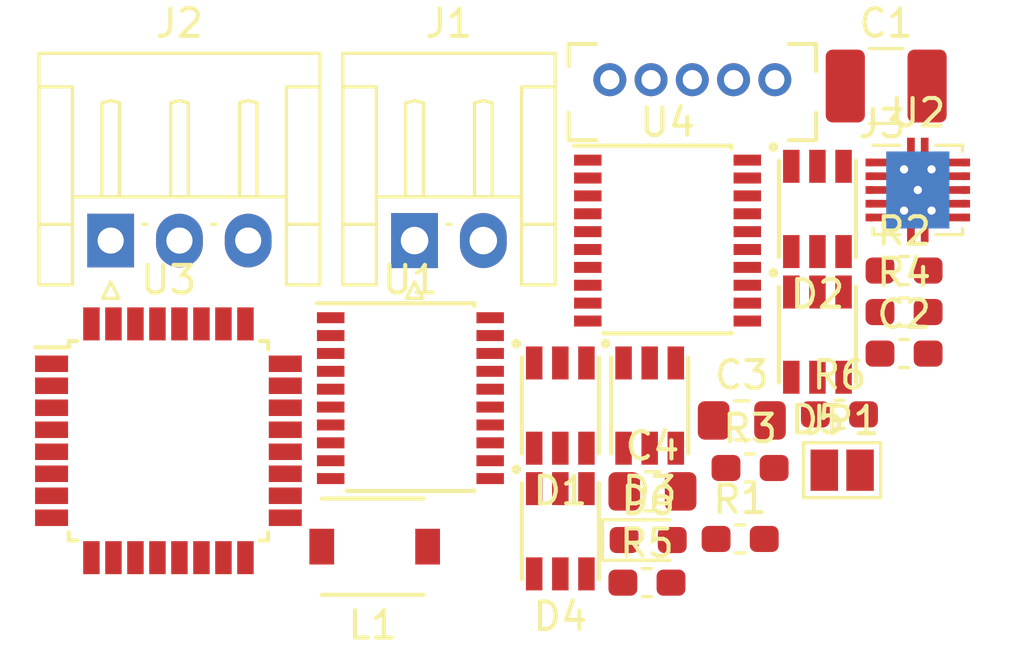
<source format=kicad_pcb>
(kicad_pcb (version 20171130) (host pcbnew "(5.0.0)")

  (general
    (thickness 1.6)
    (drawings 0)
    (tracks 0)
    (zones 0)
    (modules 25)
    (nets 58)
  )

  (page A4)
  (layers
    (0 F.Cu signal)
    (31 B.Cu signal)
    (32 B.Adhes user)
    (33 F.Adhes user)
    (34 B.Paste user)
    (35 F.Paste user)
    (36 B.SilkS user)
    (37 F.SilkS user)
    (38 B.Mask user)
    (39 F.Mask user)
    (40 Dwgs.User user)
    (41 Cmts.User user)
    (42 Eco1.User user)
    (43 Eco2.User user)
    (44 Edge.Cuts user)
    (45 Margin user)
    (46 B.CrtYd user)
    (47 F.CrtYd user)
    (48 B.Fab user)
    (49 F.Fab user)
  )

  (setup
    (last_trace_width 0.25)
    (trace_clearance 0.2)
    (zone_clearance 0.508)
    (zone_45_only no)
    (trace_min 0.2)
    (segment_width 0.2)
    (edge_width 0.15)
    (via_size 0.8)
    (via_drill 0.4)
    (via_min_size 0.4)
    (via_min_drill 0.3)
    (uvia_size 0.3)
    (uvia_drill 0.1)
    (uvias_allowed no)
    (uvia_min_size 0.2)
    (uvia_min_drill 0.1)
    (pcb_text_width 0.3)
    (pcb_text_size 1.5 1.5)
    (mod_edge_width 0.15)
    (mod_text_size 1 1)
    (mod_text_width 0.15)
    (pad_size 1.524 1.524)
    (pad_drill 0.762)
    (pad_to_mask_clearance 0.2)
    (aux_axis_origin 0 0)
    (visible_elements FFFFFF7F)
    (pcbplotparams
      (layerselection 0x010fc_ffffffff)
      (usegerberextensions false)
      (usegerberattributes false)
      (usegerberadvancedattributes false)
      (creategerberjobfile false)
      (excludeedgelayer true)
      (linewidth 0.100000)
      (plotframeref false)
      (viasonmask false)
      (mode 1)
      (useauxorigin false)
      (hpglpennumber 1)
      (hpglpenspeed 20)
      (hpglpendiameter 15.000000)
      (psnegative false)
      (psa4output false)
      (plotreference true)
      (plotvalue true)
      (plotinvisibletext false)
      (padsonsilk false)
      (subtractmaskfromsilk false)
      (outputformat 1)
      (mirror false)
      (drillshape 1)
      (scaleselection 1)
      (outputdirectory ""))
  )

  (net 0 "")
  (net 1 "Net-(L1-Pad1)")
  (net 2 "Net-(L1-Pad2)")
  (net 3 /TX)
  (net 4 /RX)
  (net 5 /SWCLK)
  (net 6 /SWDIO)
  (net 7 GND)
  (net 8 "Net-(D1-Pad3)")
  (net 9 +3V3)
  (net 10 "Net-(D1-Pad4)")
  (net 11 "Net-(D1-Pad6)")
  (net 12 "Net-(D1-Pad2)")
  (net 13 "Net-(D2-Pad2)")
  (net 14 "Net-(D2-Pad6)")
  (net 15 "Net-(D2-Pad4)")
  (net 16 "Net-(D2-Pad3)")
  (net 17 "Net-(D3-Pad3)")
  (net 18 "Net-(D3-Pad4)")
  (net 19 "Net-(D3-Pad6)")
  (net 20 "Net-(D3-Pad2)")
  (net 21 "Net-(D4-Pad2)")
  (net 22 "Net-(D4-Pad6)")
  (net 23 "Net-(D4-Pad4)")
  (net 24 "Net-(D4-Pad3)")
  (net 25 "Net-(D5-Pad3)")
  (net 26 "Net-(D5-Pad4)")
  (net 27 "Net-(D5-Pad6)")
  (net 28 "Net-(D5-Pad2)")
  (net 29 "Net-(D6-Pad2)")
  (net 30 +BATT)
  (net 31 "Net-(JP1-Pad2)")
  (net 32 /PWM_3B)
  (net 33 /PWM_4R)
  (net 34 /PWM_4G)
  (net 35 /PWM_4B)
  (net 36 /PWM_LED)
  (net 37 "Net-(D6-Pad1)")
  (net 38 /PWM_3G)
  (net 39 /PWM_3R)
  (net 40 /PWM_2B)
  (net 41 /PWM_2G)
  (net 42 /PWM_2R)
  (net 43 /PWM_1B)
  (net 44 /PWM_1G)
  (net 45 /PWM_1R)
  (net 46 /SDA)
  (net 47 /SCL)
  (net 48 /NRST)
  (net 49 "Net-(U3-Pad11)")
  (net 50 "Net-(U3-Pad22)")
  (net 51 "Net-(U3-Pad25)")
  (net 52 "Net-(U3-Pad26)")
  (net 53 "Net-(U3-Pad27)")
  (net 54 "Net-(U3-Pad28)")
  (net 55 /Tx)
  (net 56 /Rx)
  (net 57 "Net-(U3-Pad31)")

  (net_class Default "これはデフォルトのネット クラスです。"
    (clearance 0.2)
    (trace_width 0.25)
    (via_dia 0.8)
    (via_drill 0.4)
    (uvia_dia 0.3)
    (uvia_drill 0.1)
    (add_net +3V3)
    (add_net +BATT)
    (add_net /NRST)
    (add_net /PWM_1B)
    (add_net /PWM_1G)
    (add_net /PWM_1R)
    (add_net /PWM_2B)
    (add_net /PWM_2G)
    (add_net /PWM_2R)
    (add_net /PWM_3B)
    (add_net /PWM_3G)
    (add_net /PWM_3R)
    (add_net /PWM_4B)
    (add_net /PWM_4G)
    (add_net /PWM_4R)
    (add_net /PWM_LED)
    (add_net /RX)
    (add_net /Rx)
    (add_net /SCL)
    (add_net /SDA)
    (add_net /SWCLK)
    (add_net /SWDIO)
    (add_net /TX)
    (add_net /Tx)
    (add_net GND)
    (add_net "Net-(D1-Pad2)")
    (add_net "Net-(D1-Pad3)")
    (add_net "Net-(D1-Pad4)")
    (add_net "Net-(D1-Pad6)")
    (add_net "Net-(D2-Pad2)")
    (add_net "Net-(D2-Pad3)")
    (add_net "Net-(D2-Pad4)")
    (add_net "Net-(D2-Pad6)")
    (add_net "Net-(D3-Pad2)")
    (add_net "Net-(D3-Pad3)")
    (add_net "Net-(D3-Pad4)")
    (add_net "Net-(D3-Pad6)")
    (add_net "Net-(D4-Pad2)")
    (add_net "Net-(D4-Pad3)")
    (add_net "Net-(D4-Pad4)")
    (add_net "Net-(D4-Pad6)")
    (add_net "Net-(D5-Pad2)")
    (add_net "Net-(D5-Pad3)")
    (add_net "Net-(D5-Pad4)")
    (add_net "Net-(D5-Pad6)")
    (add_net "Net-(D6-Pad1)")
    (add_net "Net-(D6-Pad2)")
    (add_net "Net-(JP1-Pad2)")
    (add_net "Net-(L1-Pad1)")
    (add_net "Net-(L1-Pad2)")
    (add_net "Net-(U3-Pad11)")
    (add_net "Net-(U3-Pad22)")
    (add_net "Net-(U3-Pad25)")
    (add_net "Net-(U3-Pad26)")
    (add_net "Net-(U3-Pad27)")
    (add_net "Net-(U3-Pad28)")
    (add_net "Net-(U3-Pad31)")
  )

  (module Capacitor_SMD:C_0603_1608Metric_Pad1.05x0.95mm_HandSolder (layer F.Cu) (tedit 5B301BBE) (tstamp 5C1F5372)
    (at 96.010001 51.975001)
    (descr "Capacitor SMD 0603 (1608 Metric), square (rectangular) end terminal, IPC_7351 nominal with elongated pad for handsoldering. (Body size source: http://www.tortai-tech.com/upload/download/2011102023233369053.pdf), generated with kicad-footprint-generator")
    (tags "capacitor handsolder")
    (path /5BEE8136)
    (attr smd)
    (fp_text reference C2 (at 0 -1.43) (layer F.SilkS)
      (effects (font (size 1 1) (thickness 0.15)))
    )
    (fp_text value 0.1u (at 0 1.43) (layer F.Fab)
      (effects (font (size 1 1) (thickness 0.15)))
    )
    (fp_line (start -0.8 0.4) (end -0.8 -0.4) (layer F.Fab) (width 0.1))
    (fp_line (start -0.8 -0.4) (end 0.8 -0.4) (layer F.Fab) (width 0.1))
    (fp_line (start 0.8 -0.4) (end 0.8 0.4) (layer F.Fab) (width 0.1))
    (fp_line (start 0.8 0.4) (end -0.8 0.4) (layer F.Fab) (width 0.1))
    (fp_line (start -0.171267 -0.51) (end 0.171267 -0.51) (layer F.SilkS) (width 0.12))
    (fp_line (start -0.171267 0.51) (end 0.171267 0.51) (layer F.SilkS) (width 0.12))
    (fp_line (start -1.65 0.73) (end -1.65 -0.73) (layer F.CrtYd) (width 0.05))
    (fp_line (start -1.65 -0.73) (end 1.65 -0.73) (layer F.CrtYd) (width 0.05))
    (fp_line (start 1.65 -0.73) (end 1.65 0.73) (layer F.CrtYd) (width 0.05))
    (fp_line (start 1.65 0.73) (end -1.65 0.73) (layer F.CrtYd) (width 0.05))
    (fp_text user %R (at 0 0) (layer F.Fab)
      (effects (font (size 0.4 0.4) (thickness 0.06)))
    )
    (pad 1 smd roundrect (at -0.875 0) (size 1.05 0.95) (layers F.Cu F.Paste F.Mask) (roundrect_rratio 0.25)
      (net 9 +3V3))
    (pad 2 smd roundrect (at 0.875 0) (size 1.05 0.95) (layers F.Cu F.Paste F.Mask) (roundrect_rratio 0.25)
      (net 7 GND))
    (model ${KISYS3DMOD}/Capacitor_SMD.3dshapes/C_0603_1608Metric.wrl
      (at (xyz 0 0 0))
      (scale (xyz 1 1 1))
      (rotate (xyz 0 0 0))
    )
  )

  (module Capacitor_SMD:C_0805_2012Metric_Pad1.15x1.40mm_HandSolder (layer F.Cu) (tedit 5B36C52B) (tstamp 5C1F5361)
    (at 90.110001 54.405001)
    (descr "Capacitor SMD 0805 (2012 Metric), square (rectangular) end terminal, IPC_7351 nominal with elongated pad for handsoldering. (Body size source: https://docs.google.com/spreadsheets/d/1BsfQQcO9C6DZCsRaXUlFlo91Tg2WpOkGARC1WS5S8t0/edit?usp=sharing), generated with kicad-footprint-generator")
    (tags "capacitor handsolder")
    (path /5BEE7F3A)
    (attr smd)
    (fp_text reference C3 (at 0 -1.65) (layer F.SilkS)
      (effects (font (size 1 1) (thickness 0.15)))
    )
    (fp_text value 10u (at 0 1.65) (layer F.Fab)
      (effects (font (size 1 1) (thickness 0.15)))
    )
    (fp_text user %R (at 0 0) (layer F.Fab)
      (effects (font (size 0.5 0.5) (thickness 0.08)))
    )
    (fp_line (start 1.85 0.95) (end -1.85 0.95) (layer F.CrtYd) (width 0.05))
    (fp_line (start 1.85 -0.95) (end 1.85 0.95) (layer F.CrtYd) (width 0.05))
    (fp_line (start -1.85 -0.95) (end 1.85 -0.95) (layer F.CrtYd) (width 0.05))
    (fp_line (start -1.85 0.95) (end -1.85 -0.95) (layer F.CrtYd) (width 0.05))
    (fp_line (start -0.261252 0.71) (end 0.261252 0.71) (layer F.SilkS) (width 0.12))
    (fp_line (start -0.261252 -0.71) (end 0.261252 -0.71) (layer F.SilkS) (width 0.12))
    (fp_line (start 1 0.6) (end -1 0.6) (layer F.Fab) (width 0.1))
    (fp_line (start 1 -0.6) (end 1 0.6) (layer F.Fab) (width 0.1))
    (fp_line (start -1 -0.6) (end 1 -0.6) (layer F.Fab) (width 0.1))
    (fp_line (start -1 0.6) (end -1 -0.6) (layer F.Fab) (width 0.1))
    (pad 2 smd roundrect (at 1.025 0) (size 1.15 1.4) (layers F.Cu F.Paste F.Mask) (roundrect_rratio 0.217391)
      (net 7 GND))
    (pad 1 smd roundrect (at -1.025 0) (size 1.15 1.4) (layers F.Cu F.Paste F.Mask) (roundrect_rratio 0.217391)
      (net 30 +BATT))
    (model ${KISYS3DMOD}/Capacitor_SMD.3dshapes/C_0805_2012Metric.wrl
      (at (xyz 0 0 0))
      (scale (xyz 1 1 1))
      (rotate (xyz 0 0 0))
    )
  )

  (module Capacitor_SMD:C_0805_2012Metric_Pad1.15x1.40mm_HandSolder (layer F.Cu) (tedit 5B36C52B) (tstamp 5C1F5350)
    (at 86.860001 56.985001)
    (descr "Capacitor SMD 0805 (2012 Metric), square (rectangular) end terminal, IPC_7351 nominal with elongated pad for handsoldering. (Body size source: https://docs.google.com/spreadsheets/d/1BsfQQcO9C6DZCsRaXUlFlo91Tg2WpOkGARC1WS5S8t0/edit?usp=sharing), generated with kicad-footprint-generator")
    (tags "capacitor handsolder")
    (path /5BEE8092)
    (attr smd)
    (fp_text reference C4 (at 0 -1.65) (layer F.SilkS)
      (effects (font (size 1 1) (thickness 0.15)))
    )
    (fp_text value 10u (at 0 1.65) (layer F.Fab)
      (effects (font (size 1 1) (thickness 0.15)))
    )
    (fp_line (start -1 0.6) (end -1 -0.6) (layer F.Fab) (width 0.1))
    (fp_line (start -1 -0.6) (end 1 -0.6) (layer F.Fab) (width 0.1))
    (fp_line (start 1 -0.6) (end 1 0.6) (layer F.Fab) (width 0.1))
    (fp_line (start 1 0.6) (end -1 0.6) (layer F.Fab) (width 0.1))
    (fp_line (start -0.261252 -0.71) (end 0.261252 -0.71) (layer F.SilkS) (width 0.12))
    (fp_line (start -0.261252 0.71) (end 0.261252 0.71) (layer F.SilkS) (width 0.12))
    (fp_line (start -1.85 0.95) (end -1.85 -0.95) (layer F.CrtYd) (width 0.05))
    (fp_line (start -1.85 -0.95) (end 1.85 -0.95) (layer F.CrtYd) (width 0.05))
    (fp_line (start 1.85 -0.95) (end 1.85 0.95) (layer F.CrtYd) (width 0.05))
    (fp_line (start 1.85 0.95) (end -1.85 0.95) (layer F.CrtYd) (width 0.05))
    (fp_text user %R (at 0 0) (layer F.Fab)
      (effects (font (size 0.5 0.5) (thickness 0.08)))
    )
    (pad 1 smd roundrect (at -1.025 0) (size 1.15 1.4) (layers F.Cu F.Paste F.Mask) (roundrect_rratio 0.217391)
      (net 9 +3V3))
    (pad 2 smd roundrect (at 1.025 0) (size 1.15 1.4) (layers F.Cu F.Paste F.Mask) (roundrect_rratio 0.217391)
      (net 7 GND))
    (model ${KISYS3DMOD}/Capacitor_SMD.3dshapes/C_0805_2012Metric.wrl
      (at (xyz 0 0 0))
      (scale (xyz 1 1 1))
      (rotate (xyz 0 0 0))
    )
  )

  (module Capacitor_SMD:C_1210_3225Metric_Pad1.42x2.65mm_HandSolder (layer F.Cu) (tedit 5B301BBE) (tstamp 5C1F533F)
    (at 95.360001 42.245001)
    (descr "Capacitor SMD 1210 (3225 Metric), square (rectangular) end terminal, IPC_7351 nominal with elongated pad for handsoldering. (Body size source: http://www.tortai-tech.com/upload/download/2011102023233369053.pdf), generated with kicad-footprint-generator")
    (tags "capacitor handsolder")
    (path /5BEE80EA)
    (attr smd)
    (fp_text reference C1 (at 0 -2.28) (layer F.SilkS)
      (effects (font (size 1 1) (thickness 0.15)))
    )
    (fp_text value 100u (at 0 2.28) (layer F.Fab)
      (effects (font (size 1 1) (thickness 0.15)))
    )
    (fp_line (start -1.6 1.25) (end -1.6 -1.25) (layer F.Fab) (width 0.1))
    (fp_line (start -1.6 -1.25) (end 1.6 -1.25) (layer F.Fab) (width 0.1))
    (fp_line (start 1.6 -1.25) (end 1.6 1.25) (layer F.Fab) (width 0.1))
    (fp_line (start 1.6 1.25) (end -1.6 1.25) (layer F.Fab) (width 0.1))
    (fp_line (start -0.602064 -1.36) (end 0.602064 -1.36) (layer F.SilkS) (width 0.12))
    (fp_line (start -0.602064 1.36) (end 0.602064 1.36) (layer F.SilkS) (width 0.12))
    (fp_line (start -2.45 1.58) (end -2.45 -1.58) (layer F.CrtYd) (width 0.05))
    (fp_line (start -2.45 -1.58) (end 2.45 -1.58) (layer F.CrtYd) (width 0.05))
    (fp_line (start 2.45 -1.58) (end 2.45 1.58) (layer F.CrtYd) (width 0.05))
    (fp_line (start 2.45 1.58) (end -2.45 1.58) (layer F.CrtYd) (width 0.05))
    (fp_text user %R (at 0 0) (layer F.Fab)
      (effects (font (size 0.8 0.8) (thickness 0.12)))
    )
    (pad 1 smd roundrect (at -1.4875 0) (size 1.425 2.65) (layers F.Cu F.Paste F.Mask) (roundrect_rratio 0.175439)
      (net 9 +3V3))
    (pad 2 smd roundrect (at 1.4875 0) (size 1.425 2.65) (layers F.Cu F.Paste F.Mask) (roundrect_rratio 0.175439)
      (net 7 GND))
    (model ${KISYS3DMOD}/Capacitor_SMD.3dshapes/C_1210_3225Metric.wrl
      (at (xyz 0 0 0))
      (scale (xyz 1 1 1))
      (rotate (xyz 0 0 0))
    )
  )

  (module Connector_JST:JST_EH_S02B-EH_1x02_P2.50mm_Horizontal (layer F.Cu) (tedit 5A0EBB2C) (tstamp 5C1F532E)
    (at 78.210001 47.865001)
    (descr "JST EH series connector, S02B-EH (http://www.jst-mfg.com/product/pdf/eng/eEH.pdf), generated with kicad-footprint-generator")
    (tags "connector JST EH top entry")
    (path /5BE1D4C2)
    (fp_text reference J1 (at 1.25 -7.9) (layer F.SilkS)
      (effects (font (size 1 1) (thickness 0.15)))
    )
    (fp_text value POWER (at 1.25 2.7) (layer F.Fab)
      (effects (font (size 1 1) (thickness 0.15)))
    )
    (fp_line (start -1.5 -0.7) (end -1.5 1.5) (layer F.Fab) (width 0.1))
    (fp_line (start -1.5 1.5) (end -2.5 1.5) (layer F.Fab) (width 0.1))
    (fp_line (start -2.5 1.5) (end -2.5 -6.7) (layer F.Fab) (width 0.1))
    (fp_line (start -2.5 -6.7) (end 5 -6.7) (layer F.Fab) (width 0.1))
    (fp_line (start 5 -6.7) (end 5 1.5) (layer F.Fab) (width 0.1))
    (fp_line (start 5 1.5) (end 4 1.5) (layer F.Fab) (width 0.1))
    (fp_line (start 4 1.5) (end 4 -0.7) (layer F.Fab) (width 0.1))
    (fp_line (start 4 -0.7) (end -1.5 -0.7) (layer F.Fab) (width 0.1))
    (fp_line (start -3 -7.2) (end -3 2) (layer F.CrtYd) (width 0.05))
    (fp_line (start -3 2) (end 5.5 2) (layer F.CrtYd) (width 0.05))
    (fp_line (start 5.5 2) (end 5.5 -7.2) (layer F.CrtYd) (width 0.05))
    (fp_line (start 5.5 -7.2) (end -3 -7.2) (layer F.CrtYd) (width 0.05))
    (fp_line (start -1.39 -0.59) (end -1.39 1.61) (layer F.SilkS) (width 0.12))
    (fp_line (start -1.39 1.61) (end -2.61 1.61) (layer F.SilkS) (width 0.12))
    (fp_line (start -2.61 1.61) (end -2.61 -6.81) (layer F.SilkS) (width 0.12))
    (fp_line (start -2.61 -6.81) (end 5.11 -6.81) (layer F.SilkS) (width 0.12))
    (fp_line (start 5.11 -6.81) (end 5.11 1.61) (layer F.SilkS) (width 0.12))
    (fp_line (start 5.11 1.61) (end 3.89 1.61) (layer F.SilkS) (width 0.12))
    (fp_line (start 3.89 1.61) (end 3.89 -0.59) (layer F.SilkS) (width 0.12))
    (fp_line (start -2.61 -5.59) (end -1.39 -5.59) (layer F.SilkS) (width 0.12))
    (fp_line (start -1.39 -5.59) (end -1.39 -0.59) (layer F.SilkS) (width 0.12))
    (fp_line (start -1.39 -0.59) (end -2.61 -0.59) (layer F.SilkS) (width 0.12))
    (fp_line (start 5.11 -5.59) (end 3.89 -5.59) (layer F.SilkS) (width 0.12))
    (fp_line (start 3.89 -5.59) (end 3.89 -0.59) (layer F.SilkS) (width 0.12))
    (fp_line (start 3.89 -0.59) (end 5.11 -0.59) (layer F.SilkS) (width 0.12))
    (fp_line (start -1.39 -1.59) (end 3.89 -1.59) (layer F.SilkS) (width 0.12))
    (fp_line (start 0 -1.59) (end -0.32 -1.59) (layer F.SilkS) (width 0.12))
    (fp_line (start -0.32 -1.59) (end -0.32 -5.01) (layer F.SilkS) (width 0.12))
    (fp_line (start -0.32 -5.01) (end 0 -5.09) (layer F.SilkS) (width 0.12))
    (fp_line (start 0 -5.09) (end 0.32 -5.01) (layer F.SilkS) (width 0.12))
    (fp_line (start 0.32 -5.01) (end 0.32 -1.59) (layer F.SilkS) (width 0.12))
    (fp_line (start 0.32 -1.59) (end 0 -1.59) (layer F.SilkS) (width 0.12))
    (fp_line (start 1.17 -0.59) (end 1.33 -0.59) (layer F.SilkS) (width 0.12))
    (fp_line (start 2.5 -1.59) (end 2.18 -1.59) (layer F.SilkS) (width 0.12))
    (fp_line (start 2.18 -1.59) (end 2.18 -5.01) (layer F.SilkS) (width 0.12))
    (fp_line (start 2.18 -5.01) (end 2.5 -5.09) (layer F.SilkS) (width 0.12))
    (fp_line (start 2.5 -5.09) (end 2.82 -5.01) (layer F.SilkS) (width 0.12))
    (fp_line (start 2.82 -5.01) (end 2.82 -1.59) (layer F.SilkS) (width 0.12))
    (fp_line (start 2.82 -1.59) (end 2.5 -1.59) (layer F.SilkS) (width 0.12))
    (fp_line (start 0 1.5) (end -0.3 2.1) (layer F.SilkS) (width 0.12))
    (fp_line (start -0.3 2.1) (end 0.3 2.1) (layer F.SilkS) (width 0.12))
    (fp_line (start 0.3 2.1) (end 0 1.5) (layer F.SilkS) (width 0.12))
    (fp_line (start -0.5 -0.7) (end 0 -1.407107) (layer F.Fab) (width 0.1))
    (fp_line (start 0 -1.407107) (end 0.5 -0.7) (layer F.Fab) (width 0.1))
    (fp_text user %R (at 1.25 -2.6) (layer F.Fab)
      (effects (font (size 1 1) (thickness 0.15)))
    )
    (pad 1 thru_hole rect (at 0 0) (size 1.7 2) (drill 1) (layers *.Cu *.Mask)
      (net 30 +BATT))
    (pad 2 thru_hole oval (at 2.5 0) (size 1.7 2) (drill 1) (layers *.Cu *.Mask)
      (net 7 GND))
    (model ${KISYS3DMOD}/Connector_JST.3dshapes/JST_EH_S02B-EH_1x02_P2.50mm_Horizontal.wrl
      (at (xyz 0 0 0))
      (scale (xyz 1 1 1))
      (rotate (xyz 0 0 0))
    )
  )

  (module Connector_JST:JST_EH_S03B-EH_1x03_P2.50mm_Horizontal (layer F.Cu) (tedit 5A0EBB2C) (tstamp 5C1F52FB)
    (at 67.160001 47.865001)
    (descr "JST EH series connector, S03B-EH (http://www.jst-mfg.com/product/pdf/eng/eEH.pdf), generated with kicad-footprint-generator")
    (tags "connector JST EH top entry")
    (path /5BE1D3FF)
    (fp_text reference J2 (at 2.5 -7.9) (layer F.SilkS)
      (effects (font (size 1 1) (thickness 0.15)))
    )
    (fp_text value DATA (at 2.5 2.7) (layer F.Fab)
      (effects (font (size 1 1) (thickness 0.15)))
    )
    (fp_line (start -1.5 -0.7) (end -1.5 1.5) (layer F.Fab) (width 0.1))
    (fp_line (start -1.5 1.5) (end -2.5 1.5) (layer F.Fab) (width 0.1))
    (fp_line (start -2.5 1.5) (end -2.5 -6.7) (layer F.Fab) (width 0.1))
    (fp_line (start -2.5 -6.7) (end 7.5 -6.7) (layer F.Fab) (width 0.1))
    (fp_line (start 7.5 -6.7) (end 7.5 1.5) (layer F.Fab) (width 0.1))
    (fp_line (start 7.5 1.5) (end 6.5 1.5) (layer F.Fab) (width 0.1))
    (fp_line (start 6.5 1.5) (end 6.5 -0.7) (layer F.Fab) (width 0.1))
    (fp_line (start 6.5 -0.7) (end -1.5 -0.7) (layer F.Fab) (width 0.1))
    (fp_line (start -3 -7.2) (end -3 2) (layer F.CrtYd) (width 0.05))
    (fp_line (start -3 2) (end 8 2) (layer F.CrtYd) (width 0.05))
    (fp_line (start 8 2) (end 8 -7.2) (layer F.CrtYd) (width 0.05))
    (fp_line (start 8 -7.2) (end -3 -7.2) (layer F.CrtYd) (width 0.05))
    (fp_line (start -1.39 -0.59) (end -1.39 1.61) (layer F.SilkS) (width 0.12))
    (fp_line (start -1.39 1.61) (end -2.61 1.61) (layer F.SilkS) (width 0.12))
    (fp_line (start -2.61 1.61) (end -2.61 -6.81) (layer F.SilkS) (width 0.12))
    (fp_line (start -2.61 -6.81) (end 7.61 -6.81) (layer F.SilkS) (width 0.12))
    (fp_line (start 7.61 -6.81) (end 7.61 1.61) (layer F.SilkS) (width 0.12))
    (fp_line (start 7.61 1.61) (end 6.39 1.61) (layer F.SilkS) (width 0.12))
    (fp_line (start 6.39 1.61) (end 6.39 -0.59) (layer F.SilkS) (width 0.12))
    (fp_line (start -2.61 -5.59) (end -1.39 -5.59) (layer F.SilkS) (width 0.12))
    (fp_line (start -1.39 -5.59) (end -1.39 -0.59) (layer F.SilkS) (width 0.12))
    (fp_line (start -1.39 -0.59) (end -2.61 -0.59) (layer F.SilkS) (width 0.12))
    (fp_line (start 7.61 -5.59) (end 6.39 -5.59) (layer F.SilkS) (width 0.12))
    (fp_line (start 6.39 -5.59) (end 6.39 -0.59) (layer F.SilkS) (width 0.12))
    (fp_line (start 6.39 -0.59) (end 7.61 -0.59) (layer F.SilkS) (width 0.12))
    (fp_line (start -1.39 -1.59) (end 6.39 -1.59) (layer F.SilkS) (width 0.12))
    (fp_line (start 0 -1.59) (end -0.32 -1.59) (layer F.SilkS) (width 0.12))
    (fp_line (start -0.32 -1.59) (end -0.32 -5.01) (layer F.SilkS) (width 0.12))
    (fp_line (start -0.32 -5.01) (end 0 -5.09) (layer F.SilkS) (width 0.12))
    (fp_line (start 0 -5.09) (end 0.32 -5.01) (layer F.SilkS) (width 0.12))
    (fp_line (start 0.32 -5.01) (end 0.32 -1.59) (layer F.SilkS) (width 0.12))
    (fp_line (start 0.32 -1.59) (end 0 -1.59) (layer F.SilkS) (width 0.12))
    (fp_line (start 1.17 -0.59) (end 1.33 -0.59) (layer F.SilkS) (width 0.12))
    (fp_line (start 2.5 -1.59) (end 2.18 -1.59) (layer F.SilkS) (width 0.12))
    (fp_line (start 2.18 -1.59) (end 2.18 -5.01) (layer F.SilkS) (width 0.12))
    (fp_line (start 2.18 -5.01) (end 2.5 -5.09) (layer F.SilkS) (width 0.12))
    (fp_line (start 2.5 -5.09) (end 2.82 -5.01) (layer F.SilkS) (width 0.12))
    (fp_line (start 2.82 -5.01) (end 2.82 -1.59) (layer F.SilkS) (width 0.12))
    (fp_line (start 2.82 -1.59) (end 2.5 -1.59) (layer F.SilkS) (width 0.12))
    (fp_line (start 3.67 -0.59) (end 3.83 -0.59) (layer F.SilkS) (width 0.12))
    (fp_line (start 5 -1.59) (end 4.68 -1.59) (layer F.SilkS) (width 0.12))
    (fp_line (start 4.68 -1.59) (end 4.68 -5.01) (layer F.SilkS) (width 0.12))
    (fp_line (start 4.68 -5.01) (end 5 -5.09) (layer F.SilkS) (width 0.12))
    (fp_line (start 5 -5.09) (end 5.32 -5.01) (layer F.SilkS) (width 0.12))
    (fp_line (start 5.32 -5.01) (end 5.32 -1.59) (layer F.SilkS) (width 0.12))
    (fp_line (start 5.32 -1.59) (end 5 -1.59) (layer F.SilkS) (width 0.12))
    (fp_line (start 0 1.5) (end -0.3 2.1) (layer F.SilkS) (width 0.12))
    (fp_line (start -0.3 2.1) (end 0.3 2.1) (layer F.SilkS) (width 0.12))
    (fp_line (start 0.3 2.1) (end 0 1.5) (layer F.SilkS) (width 0.12))
    (fp_line (start -0.5 -0.7) (end 0 -1.407107) (layer F.Fab) (width 0.1))
    (fp_line (start 0 -1.407107) (end 0.5 -0.7) (layer F.Fab) (width 0.1))
    (fp_text user %R (at 2.5 -2.6) (layer F.Fab)
      (effects (font (size 1 1) (thickness 0.15)))
    )
    (pad 1 thru_hole rect (at 0 0) (size 1.7 1.95) (drill 0.95) (layers *.Cu *.Mask)
      (net 47 /SCL))
    (pad 2 thru_hole oval (at 2.5 0) (size 1.7 1.95) (drill 0.95) (layers *.Cu *.Mask)
      (net 46 /SDA))
    (pad 3 thru_hole oval (at 5 0) (size 1.7 1.95) (drill 0.95) (layers *.Cu *.Mask)
      (net 7 GND))
    (model ${KISYS3DMOD}/Connector_JST.3dshapes/JST_EH_S03B-EH_1x03_P2.50mm_Horizontal.wrl
      (at (xyz 0 0 0))
      (scale (xyz 1 1 1))
      (rotate (xyz 0 0 0))
    )
  )

  (module Jumper:SolderJumper-2_P1.3mm_Open_Pad1.0x1.5mm (layer F.Cu) (tedit 5A3EABFC) (tstamp 5C1F52C0)
    (at 93.760001 56.215001)
    (descr "SMD Solder Jumper, 1x1.5mm Pads, 0.3mm gap, open")
    (tags "solder jumper open")
    (path /5BEC4EC4)
    (attr virtual)
    (fp_text reference JP1 (at 0 -1.8) (layer F.SilkS)
      (effects (font (size 1 1) (thickness 0.15)))
    )
    (fp_text value EN (at 0 1.9) (layer F.Fab)
      (effects (font (size 1 1) (thickness 0.15)))
    )
    (fp_line (start -1.4 1) (end -1.4 -1) (layer F.SilkS) (width 0.12))
    (fp_line (start 1.4 1) (end -1.4 1) (layer F.SilkS) (width 0.12))
    (fp_line (start 1.4 -1) (end 1.4 1) (layer F.SilkS) (width 0.12))
    (fp_line (start -1.4 -1) (end 1.4 -1) (layer F.SilkS) (width 0.12))
    (fp_line (start -1.65 -1.25) (end 1.65 -1.25) (layer F.CrtYd) (width 0.05))
    (fp_line (start -1.65 -1.25) (end -1.65 1.25) (layer F.CrtYd) (width 0.05))
    (fp_line (start 1.65 1.25) (end 1.65 -1.25) (layer F.CrtYd) (width 0.05))
    (fp_line (start 1.65 1.25) (end -1.65 1.25) (layer F.CrtYd) (width 0.05))
    (pad 2 smd rect (at 0.65 0) (size 1 1.5) (layers F.Cu F.Mask)
      (net 31 "Net-(JP1-Pad2)"))
    (pad 1 smd rect (at -0.65 0) (size 1 1.5) (layers F.Cu F.Mask)
      (net 30 +BATT))
  )

  (module LED_SMD:LED_0603_1608Metric_Pad1.05x0.95mm_HandSolder (layer F.Cu) (tedit 5B4B45C9) (tstamp 5C1F52B2)
    (at 86.705001 58.755001)
    (descr "LED SMD 0603 (1608 Metric), square (rectangular) end terminal, IPC_7351 nominal, (Body size source: http://www.tortai-tech.com/upload/download/2011102023233369053.pdf), generated with kicad-footprint-generator")
    (tags "LED handsolder")
    (path /5BE5C741)
    (attr smd)
    (fp_text reference D6 (at 0 -1.43) (layer F.SilkS)
      (effects (font (size 1 1) (thickness 0.15)))
    )
    (fp_text value LED (at 0 1.43) (layer F.Fab)
      (effects (font (size 1 1) (thickness 0.15)))
    )
    (fp_line (start 0.8 -0.4) (end -0.5 -0.4) (layer F.Fab) (width 0.1))
    (fp_line (start -0.5 -0.4) (end -0.8 -0.1) (layer F.Fab) (width 0.1))
    (fp_line (start -0.8 -0.1) (end -0.8 0.4) (layer F.Fab) (width 0.1))
    (fp_line (start -0.8 0.4) (end 0.8 0.4) (layer F.Fab) (width 0.1))
    (fp_line (start 0.8 0.4) (end 0.8 -0.4) (layer F.Fab) (width 0.1))
    (fp_line (start 0.8 -0.735) (end -1.66 -0.735) (layer F.SilkS) (width 0.12))
    (fp_line (start -1.66 -0.735) (end -1.66 0.735) (layer F.SilkS) (width 0.12))
    (fp_line (start -1.66 0.735) (end 0.8 0.735) (layer F.SilkS) (width 0.12))
    (fp_line (start -1.65 0.73) (end -1.65 -0.73) (layer F.CrtYd) (width 0.05))
    (fp_line (start -1.65 -0.73) (end 1.65 -0.73) (layer F.CrtYd) (width 0.05))
    (fp_line (start 1.65 -0.73) (end 1.65 0.73) (layer F.CrtYd) (width 0.05))
    (fp_line (start 1.65 0.73) (end -1.65 0.73) (layer F.CrtYd) (width 0.05))
    (fp_text user %R (at 0 0) (layer F.Fab)
      (effects (font (size 0.4 0.4) (thickness 0.06)))
    )
    (pad 1 smd roundrect (at -0.875 0) (size 1.05 0.95) (layers F.Cu F.Paste F.Mask) (roundrect_rratio 0.25)
      (net 37 "Net-(D6-Pad1)"))
    (pad 2 smd roundrect (at 0.875 0) (size 1.05 0.95) (layers F.Cu F.Paste F.Mask) (roundrect_rratio 0.25)
      (net 29 "Net-(D6-Pad2)"))
    (model ${KISYS3DMOD}/LED_SMD.3dshapes/LED_0603_1608Metric.wrl
      (at (xyz 0 0 0))
      (scale (xyz 1 1 1))
      (rotate (xyz 0 0 0))
    )
  )

  (module Package_QFP:LQFP-32_7x7mm_P0.8mm (layer F.Cu) (tedit 5A02F146) (tstamp 5C1F529F)
    (at 69.260001 55.145001)
    (descr "LQFP32: plastic low profile quad flat package; 32 leads; body 7 x 7 x 1.4 mm (see NXP sot358-1_po.pdf and sot358-1_fr.pdf)")
    (tags "QFP 0.8")
    (path /5BE17B14)
    (attr smd)
    (fp_text reference U3 (at 0 -5.85) (layer F.SilkS)
      (effects (font (size 1 1) (thickness 0.15)))
    )
    (fp_text value STM32F042K6Tx (at 0 5.85) (layer F.Fab)
      (effects (font (size 1 1) (thickness 0.15)))
    )
    (fp_text user %R (at 0 0) (layer F.Fab)
      (effects (font (size 1 1) (thickness 0.15)))
    )
    (fp_line (start -2.5 -3.5) (end 3.5 -3.5) (layer F.Fab) (width 0.15))
    (fp_line (start 3.5 -3.5) (end 3.5 3.5) (layer F.Fab) (width 0.15))
    (fp_line (start 3.5 3.5) (end -3.5 3.5) (layer F.Fab) (width 0.15))
    (fp_line (start -3.5 3.5) (end -3.5 -2.5) (layer F.Fab) (width 0.15))
    (fp_line (start -3.5 -2.5) (end -2.5 -3.5) (layer F.Fab) (width 0.15))
    (fp_line (start -5.1 -5.1) (end -5.1 5.1) (layer F.CrtYd) (width 0.05))
    (fp_line (start 5.1 -5.1) (end 5.1 5.1) (layer F.CrtYd) (width 0.05))
    (fp_line (start -5.1 -5.1) (end 5.1 -5.1) (layer F.CrtYd) (width 0.05))
    (fp_line (start -5.1 5.1) (end 5.1 5.1) (layer F.CrtYd) (width 0.05))
    (fp_line (start -3.625 -3.625) (end -3.625 -3.4) (layer F.SilkS) (width 0.15))
    (fp_line (start 3.625 -3.625) (end 3.625 -3.325) (layer F.SilkS) (width 0.15))
    (fp_line (start 3.625 3.625) (end 3.625 3.325) (layer F.SilkS) (width 0.15))
    (fp_line (start -3.625 3.625) (end -3.625 3.325) (layer F.SilkS) (width 0.15))
    (fp_line (start -3.625 -3.625) (end -3.325 -3.625) (layer F.SilkS) (width 0.15))
    (fp_line (start -3.625 3.625) (end -3.325 3.625) (layer F.SilkS) (width 0.15))
    (fp_line (start 3.625 3.625) (end 3.325 3.625) (layer F.SilkS) (width 0.15))
    (fp_line (start 3.625 -3.625) (end 3.325 -3.625) (layer F.SilkS) (width 0.15))
    (fp_line (start -3.625 -3.4) (end -4.85 -3.4) (layer F.SilkS) (width 0.15))
    (pad 1 smd rect (at -4.25 -2.8) (size 1.2 0.6) (layers F.Cu F.Paste F.Mask)
      (net 9 +3V3))
    (pad 2 smd rect (at -4.25 -2) (size 1.2 0.6) (layers F.Cu F.Paste F.Mask)
      (net 46 /SDA))
    (pad 3 smd rect (at -4.25 -1.2) (size 1.2 0.6) (layers F.Cu F.Paste F.Mask)
      (net 47 /SCL))
    (pad 4 smd rect (at -4.25 -0.4) (size 1.2 0.6) (layers F.Cu F.Paste F.Mask)
      (net 48 /NRST))
    (pad 5 smd rect (at -4.25 0.4) (size 1.2 0.6) (layers F.Cu F.Paste F.Mask)
      (net 9 +3V3))
    (pad 6 smd rect (at -4.25 1.2) (size 1.2 0.6) (layers F.Cu F.Paste F.Mask)
      (net 45 /PWM_1R))
    (pad 7 smd rect (at -4.25 2) (size 1.2 0.6) (layers F.Cu F.Paste F.Mask)
      (net 44 /PWM_1G))
    (pad 8 smd rect (at -4.25 2.8) (size 1.2 0.6) (layers F.Cu F.Paste F.Mask)
      (net 43 /PWM_1B))
    (pad 9 smd rect (at -2.8 4.25 90) (size 1.2 0.6) (layers F.Cu F.Paste F.Mask)
      (net 42 /PWM_2R))
    (pad 10 smd rect (at -2 4.25 90) (size 1.2 0.6) (layers F.Cu F.Paste F.Mask)
      (net 36 /PWM_LED))
    (pad 11 smd rect (at -1.2 4.25 90) (size 1.2 0.6) (layers F.Cu F.Paste F.Mask)
      (net 49 "Net-(U3-Pad11)"))
    (pad 12 smd rect (at -0.4 4.25 90) (size 1.2 0.6) (layers F.Cu F.Paste F.Mask)
      (net 41 /PWM_2G))
    (pad 13 smd rect (at 0.4 4.25 90) (size 1.2 0.6) (layers F.Cu F.Paste F.Mask)
      (net 40 /PWM_2B))
    (pad 14 smd rect (at 1.2 4.25 90) (size 1.2 0.6) (layers F.Cu F.Paste F.Mask)
      (net 39 /PWM_3R))
    (pad 15 smd rect (at 2 4.25 90) (size 1.2 0.6) (layers F.Cu F.Paste F.Mask)
      (net 38 /PWM_3G))
    (pad 16 smd rect (at 2.8 4.25 90) (size 1.2 0.6) (layers F.Cu F.Paste F.Mask)
      (net 7 GND))
    (pad 17 smd rect (at 4.25 2.8) (size 1.2 0.6) (layers F.Cu F.Paste F.Mask)
      (net 9 +3V3))
    (pad 18 smd rect (at 4.25 2) (size 1.2 0.6) (layers F.Cu F.Paste F.Mask)
      (net 32 /PWM_3B))
    (pad 19 smd rect (at 4.25 1.2) (size 1.2 0.6) (layers F.Cu F.Paste F.Mask)
      (net 33 /PWM_4R))
    (pad 20 smd rect (at 4.25 0.4) (size 1.2 0.6) (layers F.Cu F.Paste F.Mask)
      (net 34 /PWM_4G))
    (pad 21 smd rect (at 4.25 -0.4) (size 1.2 0.6) (layers F.Cu F.Paste F.Mask)
      (net 35 /PWM_4B))
    (pad 22 smd rect (at 4.25 -1.2) (size 1.2 0.6) (layers F.Cu F.Paste F.Mask)
      (net 50 "Net-(U3-Pad22)"))
    (pad 23 smd rect (at 4.25 -2) (size 1.2 0.6) (layers F.Cu F.Paste F.Mask)
      (net 6 /SWDIO))
    (pad 24 smd rect (at 4.25 -2.8) (size 1.2 0.6) (layers F.Cu F.Paste F.Mask)
      (net 5 /SWCLK))
    (pad 25 smd rect (at 2.8 -4.25 90) (size 1.2 0.6) (layers F.Cu F.Paste F.Mask)
      (net 51 "Net-(U3-Pad25)"))
    (pad 26 smd rect (at 2 -4.25 90) (size 1.2 0.6) (layers F.Cu F.Paste F.Mask)
      (net 52 "Net-(U3-Pad26)"))
    (pad 27 smd rect (at 1.2 -4.25 90) (size 1.2 0.6) (layers F.Cu F.Paste F.Mask)
      (net 53 "Net-(U3-Pad27)"))
    (pad 28 smd rect (at 0.4 -4.25 90) (size 1.2 0.6) (layers F.Cu F.Paste F.Mask)
      (net 54 "Net-(U3-Pad28)"))
    (pad 29 smd rect (at -0.4 -4.25 90) (size 1.2 0.6) (layers F.Cu F.Paste F.Mask)
      (net 55 /Tx))
    (pad 30 smd rect (at -1.2 -4.25 90) (size 1.2 0.6) (layers F.Cu F.Paste F.Mask)
      (net 56 /Rx))
    (pad 31 smd rect (at -2 -4.25 90) (size 1.2 0.6) (layers F.Cu F.Paste F.Mask)
      (net 57 "Net-(U3-Pad31)"))
    (pad 32 smd rect (at -2.8 -4.25 90) (size 1.2 0.6) (layers F.Cu F.Paste F.Mask)
      (net 7 GND))
    (model ${KISYS3DMOD}/Package_QFP.3dshapes/LQFP-32_7x7mm_P0.8mm.wrl
      (at (xyz 0 0 0))
      (scale (xyz 1 1 1))
      (rotate (xyz 0 0 0))
    )
  )

  (module Package_SO:SSOP-20_4.4x6.5mm_P0.65mm (layer F.Cu) (tedit 5A02F25C) (tstamp 5C1F5268)
    (at 78.060001 53.595001)
    (descr "SSOP20: plastic shrink small outline package; 20 leads; body width 4.4 mm; (see NXP SSOP-TSSOP-VSO-REFLOW.pdf and sot266-1_po.pdf)")
    (tags "SSOP 0.65")
    (path /5BE1BB5C)
    (attr smd)
    (fp_text reference U1 (at 0 -4.3) (layer F.SilkS)
      (effects (font (size 1 1) (thickness 0.15)))
    )
    (fp_text value M63806KP (at 0 4.3) (layer F.Fab)
      (effects (font (size 1 1) (thickness 0.15)))
    )
    (fp_text user %R (at 0 0) (layer F.Fab)
      (effects (font (size 0.8 0.8) (thickness 0.15)))
    )
    (fp_line (start -2.325 3.375) (end 2.325 3.375) (layer F.SilkS) (width 0.15))
    (fp_line (start -3.4 -3.45) (end 2.325 -3.45) (layer F.SilkS) (width 0.15))
    (fp_line (start -2.325 3.375) (end -2.325 3.35) (layer F.SilkS) (width 0.15))
    (fp_line (start 2.325 3.375) (end 2.325 3.35) (layer F.SilkS) (width 0.15))
    (fp_line (start 2.325 -3.45) (end 2.325 -3.35) (layer F.SilkS) (width 0.15))
    (fp_line (start -3.65 3.55) (end 3.65 3.55) (layer F.CrtYd) (width 0.05))
    (fp_line (start -3.65 -3.55) (end 3.65 -3.55) (layer F.CrtYd) (width 0.05))
    (fp_line (start 3.65 -3.55) (end 3.65 3.55) (layer F.CrtYd) (width 0.05))
    (fp_line (start -3.65 -3.55) (end -3.65 3.55) (layer F.CrtYd) (width 0.05))
    (fp_line (start -2.2 -2.25) (end -1.2 -3.25) (layer F.Fab) (width 0.15))
    (fp_line (start -2.2 3.25) (end -2.2 -2.25) (layer F.Fab) (width 0.15))
    (fp_line (start 2.2 3.25) (end -2.2 3.25) (layer F.Fab) (width 0.15))
    (fp_line (start 2.2 -3.25) (end 2.2 3.25) (layer F.Fab) (width 0.15))
    (fp_line (start -1.2 -3.25) (end 2.2 -3.25) (layer F.Fab) (width 0.15))
    (pad 20 smd rect (at 2.9 -2.925) (size 1 0.4) (layers F.Cu F.Paste F.Mask))
    (pad 19 smd rect (at 2.9 -2.275) (size 1 0.4) (layers F.Cu F.Paste F.Mask)
      (net 12 "Net-(D1-Pad2)"))
    (pad 18 smd rect (at 2.9 -1.625) (size 1 0.4) (layers F.Cu F.Paste F.Mask)
      (net 10 "Net-(D1-Pad4)"))
    (pad 17 smd rect (at 2.9 -0.975) (size 1 0.4) (layers F.Cu F.Paste F.Mask)
      (net 11 "Net-(D1-Pad6)"))
    (pad 16 smd rect (at 2.9 -0.325) (size 1 0.4) (layers F.Cu F.Paste F.Mask)
      (net 13 "Net-(D2-Pad2)"))
    (pad 15 smd rect (at 2.9 0.325) (size 1 0.4) (layers F.Cu F.Paste F.Mask)
      (net 15 "Net-(D2-Pad4)"))
    (pad 14 smd rect (at 2.9 0.975) (size 1 0.4) (layers F.Cu F.Paste F.Mask)
      (net 14 "Net-(D2-Pad6)"))
    (pad 13 smd rect (at 2.9 1.625) (size 1 0.4) (layers F.Cu F.Paste F.Mask)
      (net 20 "Net-(D3-Pad2)"))
    (pad 12 smd rect (at 2.9 2.275) (size 1 0.4) (layers F.Cu F.Paste F.Mask)
      (net 18 "Net-(D3-Pad4)"))
    (pad 11 smd rect (at 2.9 2.925) (size 1 0.4) (layers F.Cu F.Paste F.Mask))
    (pad 10 smd rect (at -2.9 2.925) (size 1 0.4) (layers F.Cu F.Paste F.Mask)
      (net 7 GND))
    (pad 9 smd rect (at -2.9 2.275) (size 1 0.4) (layers F.Cu F.Paste F.Mask)
      (net 38 /PWM_3G))
    (pad 8 smd rect (at -2.9 1.625) (size 1 0.4) (layers F.Cu F.Paste F.Mask)
      (net 39 /PWM_3R))
    (pad 7 smd rect (at -2.9 0.975) (size 1 0.4) (layers F.Cu F.Paste F.Mask)
      (net 40 /PWM_2B))
    (pad 6 smd rect (at -2.9 0.325) (size 1 0.4) (layers F.Cu F.Paste F.Mask)
      (net 41 /PWM_2G))
    (pad 5 smd rect (at -2.9 -0.325) (size 1 0.4) (layers F.Cu F.Paste F.Mask)
      (net 42 /PWM_2R))
    (pad 4 smd rect (at -2.9 -0.975) (size 1 0.4) (layers F.Cu F.Paste F.Mask)
      (net 43 /PWM_1B))
    (pad 3 smd rect (at -2.9 -1.625) (size 1 0.4) (layers F.Cu F.Paste F.Mask)
      (net 44 /PWM_1G))
    (pad 2 smd rect (at -2.9 -2.275) (size 1 0.4) (layers F.Cu F.Paste F.Mask)
      (net 45 /PWM_1R))
    (pad 1 smd rect (at -2.9 -2.925) (size 1 0.4) (layers F.Cu F.Paste F.Mask))
    (model ${KISYS3DMOD}/Package_SO.3dshapes/SSOP-20_4.4x6.5mm_P0.65mm.wrl
      (at (xyz 0 0 0))
      (scale (xyz 1 1 1))
      (rotate (xyz 0 0 0))
    )
  )

  (module Package_SO:SSOP-20_4.4x6.5mm_P0.65mm (layer F.Cu) (tedit 5A02F25C) (tstamp 5C1F5241)
    (at 87.410001 47.865001)
    (descr "SSOP20: plastic shrink small outline package; 20 leads; body width 4.4 mm; (see NXP SSOP-TSSOP-VSO-REFLOW.pdf and sot266-1_po.pdf)")
    (tags "SSOP 0.65")
    (path /5BE1C38A)
    (attr smd)
    (fp_text reference U4 (at 0 -4.3) (layer F.SilkS)
      (effects (font (size 1 1) (thickness 0.15)))
    )
    (fp_text value M63806KP (at 0 4.3) (layer F.Fab)
      (effects (font (size 1 1) (thickness 0.15)))
    )
    (fp_line (start -1.2 -3.25) (end 2.2 -3.25) (layer F.Fab) (width 0.15))
    (fp_line (start 2.2 -3.25) (end 2.2 3.25) (layer F.Fab) (width 0.15))
    (fp_line (start 2.2 3.25) (end -2.2 3.25) (layer F.Fab) (width 0.15))
    (fp_line (start -2.2 3.25) (end -2.2 -2.25) (layer F.Fab) (width 0.15))
    (fp_line (start -2.2 -2.25) (end -1.2 -3.25) (layer F.Fab) (width 0.15))
    (fp_line (start -3.65 -3.55) (end -3.65 3.55) (layer F.CrtYd) (width 0.05))
    (fp_line (start 3.65 -3.55) (end 3.65 3.55) (layer F.CrtYd) (width 0.05))
    (fp_line (start -3.65 -3.55) (end 3.65 -3.55) (layer F.CrtYd) (width 0.05))
    (fp_line (start -3.65 3.55) (end 3.65 3.55) (layer F.CrtYd) (width 0.05))
    (fp_line (start 2.325 -3.45) (end 2.325 -3.35) (layer F.SilkS) (width 0.15))
    (fp_line (start 2.325 3.375) (end 2.325 3.35) (layer F.SilkS) (width 0.15))
    (fp_line (start -2.325 3.375) (end -2.325 3.35) (layer F.SilkS) (width 0.15))
    (fp_line (start -3.4 -3.45) (end 2.325 -3.45) (layer F.SilkS) (width 0.15))
    (fp_line (start -2.325 3.375) (end 2.325 3.375) (layer F.SilkS) (width 0.15))
    (fp_text user %R (at 0 0) (layer F.Fab)
      (effects (font (size 0.8 0.8) (thickness 0.15)))
    )
    (pad 1 smd rect (at -2.9 -2.925) (size 1 0.4) (layers F.Cu F.Paste F.Mask))
    (pad 2 smd rect (at -2.9 -2.275) (size 1 0.4) (layers F.Cu F.Paste F.Mask)
      (net 32 /PWM_3B))
    (pad 3 smd rect (at -2.9 -1.625) (size 1 0.4) (layers F.Cu F.Paste F.Mask)
      (net 33 /PWM_4R))
    (pad 4 smd rect (at -2.9 -0.975) (size 1 0.4) (layers F.Cu F.Paste F.Mask)
      (net 34 /PWM_4G))
    (pad 5 smd rect (at -2.9 -0.325) (size 1 0.4) (layers F.Cu F.Paste F.Mask)
      (net 35 /PWM_4B))
    (pad 6 smd rect (at -2.9 0.325) (size 1 0.4) (layers F.Cu F.Paste F.Mask)
      (net 33 /PWM_4R))
    (pad 7 smd rect (at -2.9 0.975) (size 1 0.4) (layers F.Cu F.Paste F.Mask)
      (net 34 /PWM_4G))
    (pad 8 smd rect (at -2.9 1.625) (size 1 0.4) (layers F.Cu F.Paste F.Mask)
      (net 34 /PWM_4G))
    (pad 9 smd rect (at -2.9 2.275) (size 1 0.4) (layers F.Cu F.Paste F.Mask)
      (net 36 /PWM_LED))
    (pad 10 smd rect (at -2.9 2.925) (size 1 0.4) (layers F.Cu F.Paste F.Mask)
      (net 7 GND))
    (pad 11 smd rect (at 2.9 2.925) (size 1 0.4) (layers F.Cu F.Paste F.Mask))
    (pad 12 smd rect (at 2.9 2.275) (size 1 0.4) (layers F.Cu F.Paste F.Mask)
      (net 37 "Net-(D6-Pad1)"))
    (pad 13 smd rect (at 2.9 1.625) (size 1 0.4) (layers F.Cu F.Paste F.Mask)
      (net 27 "Net-(D5-Pad6)"))
    (pad 14 smd rect (at 2.9 0.975) (size 1 0.4) (layers F.Cu F.Paste F.Mask)
      (net 26 "Net-(D5-Pad4)"))
    (pad 15 smd rect (at 2.9 0.325) (size 1 0.4) (layers F.Cu F.Paste F.Mask)
      (net 28 "Net-(D5-Pad2)"))
    (pad 16 smd rect (at 2.9 -0.325) (size 1 0.4) (layers F.Cu F.Paste F.Mask)
      (net 22 "Net-(D4-Pad6)"))
    (pad 17 smd rect (at 2.9 -0.975) (size 1 0.4) (layers F.Cu F.Paste F.Mask)
      (net 23 "Net-(D4-Pad4)"))
    (pad 18 smd rect (at 2.9 -1.625) (size 1 0.4) (layers F.Cu F.Paste F.Mask)
      (net 21 "Net-(D4-Pad2)"))
    (pad 19 smd rect (at 2.9 -2.275) (size 1 0.4) (layers F.Cu F.Paste F.Mask)
      (net 19 "Net-(D3-Pad6)"))
    (pad 20 smd rect (at 2.9 -2.925) (size 1 0.4) (layers F.Cu F.Paste F.Mask))
    (model ${KISYS3DMOD}/Package_SO.3dshapes/SSOP-20_4.4x6.5mm_P0.65mm.wrl
      (at (xyz 0 0 0))
      (scale (xyz 1 1 1))
      (rotate (xyz 0 0 0))
    )
  )

  (module Package_SON:Texas_S-PVSON-N10_ThermalVias (layer F.Cu) (tedit 5A8E06E8) (tstamp 5C1F521A)
    (at 96.510001 46.025001)
    (descr "3x3mm Body, 0.5mm Pitch, S-PVSON-N10, DRC, http://www.ti.com/lit/ds/symlink/tps61201.pdf")
    (tags "0.5 S-PVSON-N10 DRC")
    (path /5BE9E81D)
    (attr smd)
    (fp_text reference U2 (at 0 -2.8) (layer F.SilkS)
      (effects (font (size 1 1) (thickness 0.15)))
    )
    (fp_text value TPS63001 (at 0 2.9) (layer F.Fab)
      (effects (font (size 1 1) (thickness 0.15)))
    )
    (fp_line (start -0.775 -1.55) (end -1.55 -0.775) (layer F.Fab) (width 0.1))
    (fp_line (start -1.55 1.55) (end -1.55 -0.775) (layer F.Fab) (width 0.1))
    (fp_line (start 1.55 1.55) (end -1.55 1.55) (layer F.Fab) (width 0.1))
    (fp_line (start 1.55 -1.55) (end 1.55 1.55) (layer F.Fab) (width 0.1))
    (fp_line (start -0.775 -1.55) (end 1.55 -1.55) (layer F.Fab) (width 0.1))
    (fp_line (start -2.15 -2.15) (end -2.15 2.15) (layer F.CrtYd) (width 0.05))
    (fp_line (start 2.15 -2.15) (end 2.15 2.15) (layer F.CrtYd) (width 0.05))
    (fp_line (start -2.15 -2.15) (end 2.15 -2.15) (layer F.CrtYd) (width 0.05))
    (fp_line (start -2.15 2.15) (end 2.15 2.15) (layer F.CrtYd) (width 0.05))
    (fp_line (start 0.65 1.625) (end 1.625 1.625) (layer F.SilkS) (width 0.12))
    (fp_line (start -1.625 -1.625) (end -0.65 -1.625) (layer F.SilkS) (width 0.12))
    (fp_line (start 0.65 -1.625) (end 1.625 -1.625) (layer F.SilkS) (width 0.12))
    (fp_line (start -1.625 1.625) (end -0.65 1.625) (layer F.SilkS) (width 0.12))
    (fp_line (start 1.625 -1.4) (end 1.625 -1.625) (layer F.SilkS) (width 0.12))
    (fp_line (start 1.625 1.4) (end 1.625 1.625) (layer F.SilkS) (width 0.12))
    (fp_line (start -1.625 1.625) (end -1.625 1.4) (layer F.SilkS) (width 0.12))
    (fp_text user %R (at 0 0) (layer F.Fab)
      (effects (font (size 0.7 0.7) (thickness 0.1)))
    )
    (pad 1 smd oval (at -1.475 -1) (size 0.85 0.28) (layers F.Cu F.Paste F.Mask)
      (net 9 +3V3) (solder_mask_margin 0.07) (solder_paste_margin -0.025))
    (pad 2 smd oval (at -1.475 -0.5) (size 0.85 0.28) (layers F.Cu F.Paste F.Mask)
      (net 2 "Net-(L1-Pad2)") (solder_mask_margin 0.07) (solder_paste_margin -0.025))
    (pad 3 smd rect (at -1.76 0) (size 0.28 0.28) (layers F.Cu F.Paste F.Mask)
      (net 7 GND) (solder_mask_margin 0.07) (solder_paste_margin -0.025))
    (pad 4 smd oval (at -1.475 0.5) (size 0.85 0.28) (layers F.Cu F.Paste F.Mask)
      (net 1 "Net-(L1-Pad1)") (solder_mask_margin 0.07) (solder_paste_margin -0.025))
    (pad 5 smd rect (at -1.76 1) (size 0.28 0.28) (layers F.Cu F.Paste F.Mask)
      (net 30 +BATT) (solder_mask_margin 0.07) (solder_paste_margin -0.025))
    (pad 6 smd oval (at 1.475 1) (size 0.85 0.28) (layers F.Cu F.Paste F.Mask)
      (net 31 "Net-(JP1-Pad2)") (solder_mask_margin 0.07) (solder_paste_margin -0.025))
    (pad 7 smd oval (at 1.475 0.5) (size 0.85 0.28) (layers F.Cu F.Paste F.Mask)
      (net 30 +BATT) (solder_mask_margin 0.07) (solder_paste_margin -0.025))
    (pad 8 smd rect (at 1.76 0) (size 0.28 0.28) (layers F.Cu F.Paste F.Mask)
      (net 30 +BATT) (solder_mask_margin 0.07) (solder_paste_margin -0.025))
    (pad 9 smd rect (at 1.76 -0.5) (size 0.28 0.28) (layers F.Cu F.Paste F.Mask)
      (net 7 GND) (solder_mask_margin 0.07) (solder_paste_margin -0.025))
    (pad 10 smd rect (at 1.76 -1) (size 0.28 0.28) (layers F.Cu F.Paste F.Mask)
      (net 9 +3V3) (solder_mask_margin 0.07) (solder_paste_margin -0.025))
    (pad 11 smd rect (at -0.45 -0.635) (size 0.68 1.05) (layers F.Cu F.Paste F.Mask))
    (pad 11 smd rect (at -0.25 -1.55) (size 0.28 0.7) (layers F.Cu F.Mask))
    (pad 11 smd rect (at -0.25 -1.63) (size 0.26 0.5) (layers F.Cu F.Paste F.Mask))
    (pad 11 smd rect (at 0.25 -1.55) (size 0.28 0.7) (layers F.Cu F.Mask))
    (pad 11 smd rect (at -0.25 1.55) (size 0.28 0.7) (layers F.Cu F.Mask))
    (pad 11 smd rect (at 0.25 1.55) (size 0.28 0.7) (layers F.Cu F.Mask))
    (pad 11 smd rect (at 0.25 -1.63) (size 0.26 0.5) (layers F.Cu F.Paste F.Mask))
    (pad 11 smd rect (at -0.25 1.63) (size 0.26 0.5) (layers F.Cu F.Paste F.Mask))
    (pad 11 smd rect (at 0.25 1.63) (size 0.26 0.5) (layers F.Cu F.Paste F.Mask))
    (pad 11 smd rect (at 0.45 -0.635) (size 0.68 1.05) (layers F.Cu F.Paste F.Mask))
    (pad 11 smd rect (at -0.45 0.635) (size 0.68 1.05) (layers F.Cu F.Paste F.Mask))
    (pad 11 smd rect (at 0.45 0.635) (size 0.68 1.05) (layers F.Cu F.Paste F.Mask))
    (pad 11 smd rect (at 0 0) (size 1.65 2.4) (layers F.Cu F.Mask))
    (pad 1 smd rect (at -1.76 -1) (size 0.28 0.28) (layers F.Cu F.Paste F.Mask)
      (net 9 +3V3) (solder_mask_margin 0.07) (solder_paste_margin -0.025))
    (pad 2 smd rect (at -1.76 -0.5) (size 0.28 0.28) (layers F.Cu F.Paste F.Mask)
      (net 2 "Net-(L1-Pad2)") (solder_mask_margin 0.07) (solder_paste_margin -0.025))
    (pad 3 smd oval (at -1.475 0) (size 0.85 0.28) (layers F.Cu F.Paste F.Mask)
      (net 7 GND) (solder_mask_margin 0.07) (solder_paste_margin -0.025))
    (pad 4 smd rect (at -1.76 0.5) (size 0.28 0.28) (layers F.Cu F.Paste F.Mask)
      (net 1 "Net-(L1-Pad1)") (solder_mask_margin 0.07) (solder_paste_margin -0.025))
    (pad 5 smd oval (at -1.475 1) (size 0.85 0.28) (layers F.Cu F.Paste F.Mask)
      (net 30 +BATT) (solder_mask_margin 0.07) (solder_paste_margin -0.025))
    (pad 6 smd rect (at 1.76 1) (size 0.28 0.28) (layers F.Cu F.Paste F.Mask)
      (net 31 "Net-(JP1-Pad2)") (solder_mask_margin 0.07) (solder_paste_margin -0.025))
    (pad 7 smd rect (at 1.76 0.5) (size 0.28 0.28) (layers F.Cu F.Paste F.Mask)
      (net 30 +BATT) (solder_mask_margin 0.07) (solder_paste_margin -0.025))
    (pad 8 smd oval (at 1.475 0) (size 0.85 0.28) (layers F.Cu F.Paste F.Mask)
      (net 30 +BATT) (solder_mask_margin 0.07) (solder_paste_margin -0.025))
    (pad 9 smd oval (at 1.475 -0.5) (size 0.85 0.28) (layers F.Cu F.Paste F.Mask)
      (net 7 GND) (solder_mask_margin 0.07) (solder_paste_margin -0.025))
    (pad 10 smd oval (at 1.475 -1) (size 0.85 0.28) (layers F.Cu F.Paste F.Mask)
      (net 9 +3V3) (solder_mask_margin 0.07) (solder_paste_margin -0.025))
    (pad 11 thru_hole circle (at 0.5 0.75) (size 0.6 0.6) (drill 0.3) (layers *.Cu *.Mask))
    (pad 11 thru_hole circle (at 0 0) (size 0.6 0.6) (drill 0.3) (layers *.Cu *.Mask))
    (pad 11 thru_hole circle (at 0.5 -0.75) (size 0.6 0.6) (drill 0.3) (layers *.Cu *.Mask))
    (pad 11 thru_hole circle (at -0.5 -0.75) (size 0.6 0.6) (drill 0.3) (layers *.Cu *.Mask))
    (pad 11 thru_hole circle (at -0.5 0.75) (size 0.6 0.6) (drill 0.3) (layers *.Cu *.Mask))
    (pad 11 smd rect (at 0 0) (size 2.3 2.8) (layers B.Cu))
    (model ${KISYS3DMOD}/Package_SON.3dshapes/Texas_S-PVSON-N10.wrl
      (at (xyz 0 0 0))
      (scale (xyz 1 1 1))
      (rotate (xyz 0 0 0))
    )
  )

  (module Resistor_SMD:R_0603_1608Metric_Pad1.05x0.95mm_HandSolder (layer F.Cu) (tedit 5B301BBD) (tstamp 5C1F51DE)
    (at 90.050001 58.715001)
    (descr "Resistor SMD 0603 (1608 Metric), square (rectangular) end terminal, IPC_7351 nominal with elongated pad for handsoldering. (Body size source: http://www.tortai-tech.com/upload/download/2011102023233369053.pdf), generated with kicad-footprint-generator")
    (tags "resistor handsolder")
    (path /5BE63394)
    (attr smd)
    (fp_text reference R1 (at 0 -1.43) (layer F.SilkS)
      (effects (font (size 1 1) (thickness 0.15)))
    )
    (fp_text value R (at 0 1.43) (layer F.Fab)
      (effects (font (size 1 1) (thickness 0.15)))
    )
    (fp_text user %R (at 0 0) (layer F.Fab)
      (effects (font (size 0.4 0.4) (thickness 0.06)))
    )
    (fp_line (start 1.65 0.73) (end -1.65 0.73) (layer F.CrtYd) (width 0.05))
    (fp_line (start 1.65 -0.73) (end 1.65 0.73) (layer F.CrtYd) (width 0.05))
    (fp_line (start -1.65 -0.73) (end 1.65 -0.73) (layer F.CrtYd) (width 0.05))
    (fp_line (start -1.65 0.73) (end -1.65 -0.73) (layer F.CrtYd) (width 0.05))
    (fp_line (start -0.171267 0.51) (end 0.171267 0.51) (layer F.SilkS) (width 0.12))
    (fp_line (start -0.171267 -0.51) (end 0.171267 -0.51) (layer F.SilkS) (width 0.12))
    (fp_line (start 0.8 0.4) (end -0.8 0.4) (layer F.Fab) (width 0.1))
    (fp_line (start 0.8 -0.4) (end 0.8 0.4) (layer F.Fab) (width 0.1))
    (fp_line (start -0.8 -0.4) (end 0.8 -0.4) (layer F.Fab) (width 0.1))
    (fp_line (start -0.8 0.4) (end -0.8 -0.4) (layer F.Fab) (width 0.1))
    (pad 2 smd roundrect (at 0.875 0) (size 1.05 0.95) (layers F.Cu F.Paste F.Mask) (roundrect_rratio 0.25)
      (net 8 "Net-(D1-Pad3)"))
    (pad 1 smd roundrect (at -0.875 0) (size 1.05 0.95) (layers F.Cu F.Paste F.Mask) (roundrect_rratio 0.25)
      (net 9 +3V3))
    (model ${KISYS3DMOD}/Resistor_SMD.3dshapes/R_0603_1608Metric.wrl
      (at (xyz 0 0 0))
      (scale (xyz 1 1 1))
      (rotate (xyz 0 0 0))
    )
  )

  (module Resistor_SMD:R_0603_1608Metric_Pad1.05x0.95mm_HandSolder (layer F.Cu) (tedit 5B301BBD) (tstamp 5C1F51CD)
    (at 96.010001 48.955001)
    (descr "Resistor SMD 0603 (1608 Metric), square (rectangular) end terminal, IPC_7351 nominal with elongated pad for handsoldering. (Body size source: http://www.tortai-tech.com/upload/download/2011102023233369053.pdf), generated with kicad-footprint-generator")
    (tags "resistor handsolder")
    (path /5BE91A9C)
    (attr smd)
    (fp_text reference R2 (at 0 -1.43) (layer F.SilkS)
      (effects (font (size 1 1) (thickness 0.15)))
    )
    (fp_text value R (at 0 1.43) (layer F.Fab)
      (effects (font (size 1 1) (thickness 0.15)))
    )
    (fp_line (start -0.8 0.4) (end -0.8 -0.4) (layer F.Fab) (width 0.1))
    (fp_line (start -0.8 -0.4) (end 0.8 -0.4) (layer F.Fab) (width 0.1))
    (fp_line (start 0.8 -0.4) (end 0.8 0.4) (layer F.Fab) (width 0.1))
    (fp_line (start 0.8 0.4) (end -0.8 0.4) (layer F.Fab) (width 0.1))
    (fp_line (start -0.171267 -0.51) (end 0.171267 -0.51) (layer F.SilkS) (width 0.12))
    (fp_line (start -0.171267 0.51) (end 0.171267 0.51) (layer F.SilkS) (width 0.12))
    (fp_line (start -1.65 0.73) (end -1.65 -0.73) (layer F.CrtYd) (width 0.05))
    (fp_line (start -1.65 -0.73) (end 1.65 -0.73) (layer F.CrtYd) (width 0.05))
    (fp_line (start 1.65 -0.73) (end 1.65 0.73) (layer F.CrtYd) (width 0.05))
    (fp_line (start 1.65 0.73) (end -1.65 0.73) (layer F.CrtYd) (width 0.05))
    (fp_text user %R (at 0 0) (layer F.Fab)
      (effects (font (size 0.4 0.4) (thickness 0.06)))
    )
    (pad 1 smd roundrect (at -0.875 0) (size 1.05 0.95) (layers F.Cu F.Paste F.Mask) (roundrect_rratio 0.25)
      (net 9 +3V3))
    (pad 2 smd roundrect (at 0.875 0) (size 1.05 0.95) (layers F.Cu F.Paste F.Mask) (roundrect_rratio 0.25)
      (net 16 "Net-(D2-Pad3)"))
    (model ${KISYS3DMOD}/Resistor_SMD.3dshapes/R_0603_1608Metric.wrl
      (at (xyz 0 0 0))
      (scale (xyz 1 1 1))
      (rotate (xyz 0 0 0))
    )
  )

  (module Resistor_SMD:R_0603_1608Metric_Pad1.05x0.95mm_HandSolder (layer F.Cu) (tedit 5B301BBD) (tstamp 5C1F51BC)
    (at 90.410001 56.135001)
    (descr "Resistor SMD 0603 (1608 Metric), square (rectangular) end terminal, IPC_7351 nominal with elongated pad for handsoldering. (Body size source: http://www.tortai-tech.com/upload/download/2011102023233369053.pdf), generated with kicad-footprint-generator")
    (tags "resistor handsolder")
    (path /5BE9707E)
    (attr smd)
    (fp_text reference R3 (at 0 -1.43) (layer F.SilkS)
      (effects (font (size 1 1) (thickness 0.15)))
    )
    (fp_text value R (at 0 1.43) (layer F.Fab)
      (effects (font (size 1 1) (thickness 0.15)))
    )
    (fp_text user %R (at 0 0) (layer F.Fab)
      (effects (font (size 0.4 0.4) (thickness 0.06)))
    )
    (fp_line (start 1.65 0.73) (end -1.65 0.73) (layer F.CrtYd) (width 0.05))
    (fp_line (start 1.65 -0.73) (end 1.65 0.73) (layer F.CrtYd) (width 0.05))
    (fp_line (start -1.65 -0.73) (end 1.65 -0.73) (layer F.CrtYd) (width 0.05))
    (fp_line (start -1.65 0.73) (end -1.65 -0.73) (layer F.CrtYd) (width 0.05))
    (fp_line (start -0.171267 0.51) (end 0.171267 0.51) (layer F.SilkS) (width 0.12))
    (fp_line (start -0.171267 -0.51) (end 0.171267 -0.51) (layer F.SilkS) (width 0.12))
    (fp_line (start 0.8 0.4) (end -0.8 0.4) (layer F.Fab) (width 0.1))
    (fp_line (start 0.8 -0.4) (end 0.8 0.4) (layer F.Fab) (width 0.1))
    (fp_line (start -0.8 -0.4) (end 0.8 -0.4) (layer F.Fab) (width 0.1))
    (fp_line (start -0.8 0.4) (end -0.8 -0.4) (layer F.Fab) (width 0.1))
    (pad 2 smd roundrect (at 0.875 0) (size 1.05 0.95) (layers F.Cu F.Paste F.Mask) (roundrect_rratio 0.25)
      (net 17 "Net-(D3-Pad3)"))
    (pad 1 smd roundrect (at -0.875 0) (size 1.05 0.95) (layers F.Cu F.Paste F.Mask) (roundrect_rratio 0.25)
      (net 9 +3V3))
    (model ${KISYS3DMOD}/Resistor_SMD.3dshapes/R_0603_1608Metric.wrl
      (at (xyz 0 0 0))
      (scale (xyz 1 1 1))
      (rotate (xyz 0 0 0))
    )
  )

  (module Resistor_SMD:R_0603_1608Metric_Pad1.05x0.95mm_HandSolder (layer F.Cu) (tedit 5B301BBD) (tstamp 5C1F51AB)
    (at 96.010001 50.465001)
    (descr "Resistor SMD 0603 (1608 Metric), square (rectangular) end terminal, IPC_7351 nominal with elongated pad for handsoldering. (Body size source: http://www.tortai-tech.com/upload/download/2011102023233369053.pdf), generated with kicad-footprint-generator")
    (tags "resistor handsolder")
    (path /5BE9CC8D)
    (attr smd)
    (fp_text reference R4 (at 0 -1.43) (layer F.SilkS)
      (effects (font (size 1 1) (thickness 0.15)))
    )
    (fp_text value R (at 0 1.43) (layer F.Fab)
      (effects (font (size 1 1) (thickness 0.15)))
    )
    (fp_line (start -0.8 0.4) (end -0.8 -0.4) (layer F.Fab) (width 0.1))
    (fp_line (start -0.8 -0.4) (end 0.8 -0.4) (layer F.Fab) (width 0.1))
    (fp_line (start 0.8 -0.4) (end 0.8 0.4) (layer F.Fab) (width 0.1))
    (fp_line (start 0.8 0.4) (end -0.8 0.4) (layer F.Fab) (width 0.1))
    (fp_line (start -0.171267 -0.51) (end 0.171267 -0.51) (layer F.SilkS) (width 0.12))
    (fp_line (start -0.171267 0.51) (end 0.171267 0.51) (layer F.SilkS) (width 0.12))
    (fp_line (start -1.65 0.73) (end -1.65 -0.73) (layer F.CrtYd) (width 0.05))
    (fp_line (start -1.65 -0.73) (end 1.65 -0.73) (layer F.CrtYd) (width 0.05))
    (fp_line (start 1.65 -0.73) (end 1.65 0.73) (layer F.CrtYd) (width 0.05))
    (fp_line (start 1.65 0.73) (end -1.65 0.73) (layer F.CrtYd) (width 0.05))
    (fp_text user %R (at 0 0) (layer F.Fab)
      (effects (font (size 0.4 0.4) (thickness 0.06)))
    )
    (pad 1 smd roundrect (at -0.875 0) (size 1.05 0.95) (layers F.Cu F.Paste F.Mask) (roundrect_rratio 0.25)
      (net 9 +3V3))
    (pad 2 smd roundrect (at 0.875 0) (size 1.05 0.95) (layers F.Cu F.Paste F.Mask) (roundrect_rratio 0.25)
      (net 24 "Net-(D4-Pad3)"))
    (model ${KISYS3DMOD}/Resistor_SMD.3dshapes/R_0603_1608Metric.wrl
      (at (xyz 0 0 0))
      (scale (xyz 1 1 1))
      (rotate (xyz 0 0 0))
    )
  )

  (module Resistor_SMD:R_0603_1608Metric_Pad1.05x0.95mm_HandSolder (layer F.Cu) (tedit 5B301BBD) (tstamp 5C1F519A)
    (at 86.660001 60.305001)
    (descr "Resistor SMD 0603 (1608 Metric), square (rectangular) end terminal, IPC_7351 nominal with elongated pad for handsoldering. (Body size source: http://www.tortai-tech.com/upload/download/2011102023233369053.pdf), generated with kicad-footprint-generator")
    (tags "resistor handsolder")
    (path /5BEA2EF5)
    (attr smd)
    (fp_text reference R5 (at 0 -1.43) (layer F.SilkS)
      (effects (font (size 1 1) (thickness 0.15)))
    )
    (fp_text value R (at 0 1.43) (layer F.Fab)
      (effects (font (size 1 1) (thickness 0.15)))
    )
    (fp_text user %R (at 0 0) (layer F.Fab)
      (effects (font (size 0.4 0.4) (thickness 0.06)))
    )
    (fp_line (start 1.65 0.73) (end -1.65 0.73) (layer F.CrtYd) (width 0.05))
    (fp_line (start 1.65 -0.73) (end 1.65 0.73) (layer F.CrtYd) (width 0.05))
    (fp_line (start -1.65 -0.73) (end 1.65 -0.73) (layer F.CrtYd) (width 0.05))
    (fp_line (start -1.65 0.73) (end -1.65 -0.73) (layer F.CrtYd) (width 0.05))
    (fp_line (start -0.171267 0.51) (end 0.171267 0.51) (layer F.SilkS) (width 0.12))
    (fp_line (start -0.171267 -0.51) (end 0.171267 -0.51) (layer F.SilkS) (width 0.12))
    (fp_line (start 0.8 0.4) (end -0.8 0.4) (layer F.Fab) (width 0.1))
    (fp_line (start 0.8 -0.4) (end 0.8 0.4) (layer F.Fab) (width 0.1))
    (fp_line (start -0.8 -0.4) (end 0.8 -0.4) (layer F.Fab) (width 0.1))
    (fp_line (start -0.8 0.4) (end -0.8 -0.4) (layer F.Fab) (width 0.1))
    (pad 2 smd roundrect (at 0.875 0) (size 1.05 0.95) (layers F.Cu F.Paste F.Mask) (roundrect_rratio 0.25)
      (net 25 "Net-(D5-Pad3)"))
    (pad 1 smd roundrect (at -0.875 0) (size 1.05 0.95) (layers F.Cu F.Paste F.Mask) (roundrect_rratio 0.25)
      (net 9 +3V3))
    (model ${KISYS3DMOD}/Resistor_SMD.3dshapes/R_0603_1608Metric.wrl
      (at (xyz 0 0 0))
      (scale (xyz 1 1 1))
      (rotate (xyz 0 0 0))
    )
  )

  (module Resistor_SMD:R_0603_1608Metric_Pad1.05x0.95mm_HandSolder (layer F.Cu) (tedit 5B301BBD) (tstamp 5C1F5189)
    (at 93.660001 54.185001)
    (descr "Resistor SMD 0603 (1608 Metric), square (rectangular) end terminal, IPC_7351 nominal with elongated pad for handsoldering. (Body size source: http://www.tortai-tech.com/upload/download/2011102023233369053.pdf), generated with kicad-footprint-generator")
    (tags "resistor handsolder")
    (path /5BE823BE)
    (attr smd)
    (fp_text reference R6 (at 0 -1.43) (layer F.SilkS)
      (effects (font (size 1 1) (thickness 0.15)))
    )
    (fp_text value R (at 0 1.43) (layer F.Fab)
      (effects (font (size 1 1) (thickness 0.15)))
    )
    (fp_line (start -0.8 0.4) (end -0.8 -0.4) (layer F.Fab) (width 0.1))
    (fp_line (start -0.8 -0.4) (end 0.8 -0.4) (layer F.Fab) (width 0.1))
    (fp_line (start 0.8 -0.4) (end 0.8 0.4) (layer F.Fab) (width 0.1))
    (fp_line (start 0.8 0.4) (end -0.8 0.4) (layer F.Fab) (width 0.1))
    (fp_line (start -0.171267 -0.51) (end 0.171267 -0.51) (layer F.SilkS) (width 0.12))
    (fp_line (start -0.171267 0.51) (end 0.171267 0.51) (layer F.SilkS) (width 0.12))
    (fp_line (start -1.65 0.73) (end -1.65 -0.73) (layer F.CrtYd) (width 0.05))
    (fp_line (start -1.65 -0.73) (end 1.65 -0.73) (layer F.CrtYd) (width 0.05))
    (fp_line (start 1.65 -0.73) (end 1.65 0.73) (layer F.CrtYd) (width 0.05))
    (fp_line (start 1.65 0.73) (end -1.65 0.73) (layer F.CrtYd) (width 0.05))
    (fp_text user %R (at 0 0) (layer F.Fab)
      (effects (font (size 0.4 0.4) (thickness 0.06)))
    )
    (pad 1 smd roundrect (at -0.875 0) (size 1.05 0.95) (layers F.Cu F.Paste F.Mask) (roundrect_rratio 0.25)
      (net 9 +3V3))
    (pad 2 smd roundrect (at 0.875 0) (size 1.05 0.95) (layers F.Cu F.Paste F.Mask) (roundrect_rratio 0.25)
      (net 29 "Net-(D6-Pad2)"))
    (model ${KISYS3DMOD}/Resistor_SMD.3dshapes/R_0603_1608Metric.wrl
      (at (xyz 0 0 0))
      (scale (xyz 1 1 1))
      (rotate (xyz 0 0 0))
    )
  )

  (module user:SLC-F11DDA-T1 (layer F.Cu) (tedit 5BE2E2CC) (tstamp 5C1F5178)
    (at 92.860001 51.285001)
    (path /5BE1D0EB)
    (fp_text reference D5 (at 0 3.1) (layer F.SilkS)
      (effects (font (size 1 1) (thickness 0.15)))
    )
    (fp_text value SLC-F11DDA-T1 (at 0 -3.05) (layer F.Fab)
      (effects (font (size 1 1) (thickness 0.15)))
    )
    (fp_circle (center -1.6 -2.25) (end -1.5 -2.25) (layer F.SilkS) (width 0.15))
    (fp_line (start 1.4 -1.75) (end 1.4 1.75) (layer F.SilkS) (width 0.15))
    (fp_line (start -1.4 1.75) (end -1.4 -1.75) (layer F.SilkS) (width 0.15))
    (pad 3 smd rect (at 0 -1.55) (size 0.6 1.2) (layers F.Cu F.Paste F.Mask)
      (net 25 "Net-(D5-Pad3)"))
    (pad 1 smd rect (at -0.95 -1.55) (size 0.6 1.2) (layers F.Cu F.Paste F.Mask)
      (net 9 +3V3))
    (pad 5 smd rect (at 0.95 -1.55) (size 0.6 1.2) (layers F.Cu F.Paste F.Mask)
      (net 9 +3V3))
    (pad 4 smd rect (at 0 1.55) (size 0.6 1.2) (layers F.Cu F.Paste F.Mask)
      (net 26 "Net-(D5-Pad4)"))
    (pad 6 smd rect (at 0.95 1.55) (size 0.6 1.2) (layers F.Cu F.Paste F.Mask)
      (net 27 "Net-(D5-Pad6)"))
    (pad 2 smd rect (at -0.95 1.55) (size 0.6 1.2) (layers F.Cu F.Paste F.Mask)
      (net 28 "Net-(D5-Pad2)"))
  )

  (module user:SLC-F11DDA-T1 (layer F.Cu) (tedit 5BE2E2CC) (tstamp 5C1F516B)
    (at 83.510001 58.435001)
    (path /5BE1C99F)
    (fp_text reference D4 (at 0 3.1) (layer F.SilkS)
      (effects (font (size 1 1) (thickness 0.15)))
    )
    (fp_text value SLC-F11DDA-T1 (at 0 -3.05) (layer F.Fab)
      (effects (font (size 1 1) (thickness 0.15)))
    )
    (fp_line (start -1.4 1.75) (end -1.4 -1.75) (layer F.SilkS) (width 0.15))
    (fp_line (start 1.4 -1.75) (end 1.4 1.75) (layer F.SilkS) (width 0.15))
    (fp_circle (center -1.6 -2.25) (end -1.5 -2.25) (layer F.SilkS) (width 0.15))
    (pad 2 smd rect (at -0.95 1.55) (size 0.6 1.2) (layers F.Cu F.Paste F.Mask)
      (net 21 "Net-(D4-Pad2)"))
    (pad 6 smd rect (at 0.95 1.55) (size 0.6 1.2) (layers F.Cu F.Paste F.Mask)
      (net 22 "Net-(D4-Pad6)"))
    (pad 4 smd rect (at 0 1.55) (size 0.6 1.2) (layers F.Cu F.Paste F.Mask)
      (net 23 "Net-(D4-Pad4)"))
    (pad 5 smd rect (at 0.95 -1.55) (size 0.6 1.2) (layers F.Cu F.Paste F.Mask)
      (net 9 +3V3))
    (pad 1 smd rect (at -0.95 -1.55) (size 0.6 1.2) (layers F.Cu F.Paste F.Mask)
      (net 9 +3V3))
    (pad 3 smd rect (at 0 -1.55) (size 0.6 1.2) (layers F.Cu F.Paste F.Mask)
      (net 24 "Net-(D4-Pad3)"))
  )

  (module user:SLC-F11DDA-T1 (layer F.Cu) (tedit 5BE2E2CC) (tstamp 5C1F515E)
    (at 86.760001 53.865001)
    (path /5BE1C969)
    (fp_text reference D3 (at 0 3.1) (layer F.SilkS)
      (effects (font (size 1 1) (thickness 0.15)))
    )
    (fp_text value SLC-F11DDA-T1 (at 0 -3.05) (layer F.Fab)
      (effects (font (size 1 1) (thickness 0.15)))
    )
    (fp_circle (center -1.6 -2.25) (end -1.5 -2.25) (layer F.SilkS) (width 0.15))
    (fp_line (start 1.4 -1.75) (end 1.4 1.75) (layer F.SilkS) (width 0.15))
    (fp_line (start -1.4 1.75) (end -1.4 -1.75) (layer F.SilkS) (width 0.15))
    (pad 3 smd rect (at 0 -1.55) (size 0.6 1.2) (layers F.Cu F.Paste F.Mask)
      (net 17 "Net-(D3-Pad3)"))
    (pad 1 smd rect (at -0.95 -1.55) (size 0.6 1.2) (layers F.Cu F.Paste F.Mask)
      (net 9 +3V3))
    (pad 5 smd rect (at 0.95 -1.55) (size 0.6 1.2) (layers F.Cu F.Paste F.Mask)
      (net 9 +3V3))
    (pad 4 smd rect (at 0 1.55) (size 0.6 1.2) (layers F.Cu F.Paste F.Mask)
      (net 18 "Net-(D3-Pad4)"))
    (pad 6 smd rect (at 0.95 1.55) (size 0.6 1.2) (layers F.Cu F.Paste F.Mask)
      (net 19 "Net-(D3-Pad6)"))
    (pad 2 smd rect (at -0.95 1.55) (size 0.6 1.2) (layers F.Cu F.Paste F.Mask)
      (net 20 "Net-(D3-Pad2)"))
  )

  (module user:SLC-F11DDA-T1 (layer F.Cu) (tedit 5BE2E2CC) (tstamp 5C1F5151)
    (at 92.860001 46.715001)
    (path /5BE1C933)
    (fp_text reference D2 (at 0 3.1) (layer F.SilkS)
      (effects (font (size 1 1) (thickness 0.15)))
    )
    (fp_text value SLC-F11DDA-T1 (at 0 -3.05) (layer F.Fab)
      (effects (font (size 1 1) (thickness 0.15)))
    )
    (fp_line (start -1.4 1.75) (end -1.4 -1.75) (layer F.SilkS) (width 0.15))
    (fp_line (start 1.4 -1.75) (end 1.4 1.75) (layer F.SilkS) (width 0.15))
    (fp_circle (center -1.6 -2.25) (end -1.5 -2.25) (layer F.SilkS) (width 0.15))
    (pad 2 smd rect (at -0.95 1.55) (size 0.6 1.2) (layers F.Cu F.Paste F.Mask)
      (net 13 "Net-(D2-Pad2)"))
    (pad 6 smd rect (at 0.95 1.55) (size 0.6 1.2) (layers F.Cu F.Paste F.Mask)
      (net 14 "Net-(D2-Pad6)"))
    (pad 4 smd rect (at 0 1.55) (size 0.6 1.2) (layers F.Cu F.Paste F.Mask)
      (net 15 "Net-(D2-Pad4)"))
    (pad 5 smd rect (at 0.95 -1.55) (size 0.6 1.2) (layers F.Cu F.Paste F.Mask)
      (net 9 +3V3))
    (pad 1 smd rect (at -0.95 -1.55) (size 0.6 1.2) (layers F.Cu F.Paste F.Mask)
      (net 9 +3V3))
    (pad 3 smd rect (at 0 -1.55) (size 0.6 1.2) (layers F.Cu F.Paste F.Mask)
      (net 16 "Net-(D2-Pad3)"))
  )

  (module user:SLC-F11DDA-T1 (layer F.Cu) (tedit 5BE2E2CC) (tstamp 5C1F5144)
    (at 83.510001 53.865001)
    (path /5BE1C76A)
    (fp_text reference D1 (at 0 3.1) (layer F.SilkS)
      (effects (font (size 1 1) (thickness 0.15)))
    )
    (fp_text value SLC-F11DDA-T1 (at 0 -3.05) (layer F.Fab)
      (effects (font (size 1 1) (thickness 0.15)))
    )
    (fp_circle (center -1.6 -2.25) (end -1.5 -2.25) (layer F.SilkS) (width 0.15))
    (fp_line (start 1.4 -1.75) (end 1.4 1.75) (layer F.SilkS) (width 0.15))
    (fp_line (start -1.4 1.75) (end -1.4 -1.75) (layer F.SilkS) (width 0.15))
    (pad 3 smd rect (at 0 -1.55) (size 0.6 1.2) (layers F.Cu F.Paste F.Mask)
      (net 8 "Net-(D1-Pad3)"))
    (pad 1 smd rect (at -0.95 -1.55) (size 0.6 1.2) (layers F.Cu F.Paste F.Mask)
      (net 9 +3V3))
    (pad 5 smd rect (at 0.95 -1.55) (size 0.6 1.2) (layers F.Cu F.Paste F.Mask)
      (net 9 +3V3))
    (pad 4 smd rect (at 0 1.55) (size 0.6 1.2) (layers F.Cu F.Paste F.Mask)
      (net 10 "Net-(D1-Pad4)"))
    (pad 6 smd rect (at 0.95 1.55) (size 0.6 1.2) (layers F.Cu F.Paste F.Mask)
      (net 11 "Net-(D1-Pad6)"))
    (pad 2 smd rect (at -0.95 1.55) (size 0.6 1.2) (layers F.Cu F.Paste F.Mask)
      (net 12 "Net-(D1-Pad2)"))
  )

  (module user:STlink (layer F.Cu) (tedit 5BE2DAA9) (tstamp 5C1F5137)
    (at 85.310001 42.015001)
    (path /5BE575D1)
    (fp_text reference J3 (at 9.9 1.6) (layer F.SilkS)
      (effects (font (size 1 1) (thickness 0.15)))
    )
    (fp_text value STlink (at 10 -0.6) (layer F.Fab)
      (effects (font (size 1 1) (thickness 0.15)))
    )
    (fp_text user CLK (at 3.1 3.7 90) (layer F.Fab)
      (effects (font (size 1 1) (thickness 0.15)))
    )
    (fp_text user GND (at 6.1 3.8 90) (layer F.Fab)
      (effects (font (size 1 1) (thickness 0.15)))
    )
    (fp_text user DIO (at 4.6 3.5 90) (layer F.Fab)
      (effects (font (size 1 1) (thickness 0.15)))
    )
    (fp_text user SWO/RX (at 1.6 5.4 90) (layer F.Fab)
      (effects (font (size 1 1) (thickness 0.15)))
    )
    (fp_text user NRST/TX (at 0 5.6 90) (layer F.Fab)
      (effects (font (size 1 1) (thickness 0.15)))
    )
    (fp_line (start -1.5 -1.3) (end -1.5 -0.5) (layer F.SilkS) (width 0.15))
    (fp_line (start -1.5 -1.3) (end -0.5 -1.3) (layer F.SilkS) (width 0.15))
    (fp_line (start 7.5 -1.3) (end 6.5 -1.3) (layer F.SilkS) (width 0.15))
    (fp_line (start 7.5 -1.3) (end 7.5 -0.3) (layer F.SilkS) (width 0.15))
    (fp_line (start -1.5 2.2) (end -1.5 1.2) (layer F.SilkS) (width 0.15))
    (fp_line (start 7.5 2.2) (end 7.5 1.2) (layer F.SilkS) (width 0.15))
    (fp_line (start -1.5 2.2) (end -0.5 2.2) (layer F.SilkS) (width 0.15))
    (fp_line (start 7.5 2.2) (end 6.5 2.2) (layer F.SilkS) (width 0.15))
    (pad 1 thru_hole circle (at 0 0) (size 1.2 1.2) (drill 0.7) (layers *.Cu *.Mask)
      (net 3 /TX))
    (pad 2 thru_hole circle (at 1.5 0) (size 1.2 1.2) (drill 0.7) (layers *.Cu *.Mask)
      (net 4 /RX))
    (pad 3 thru_hole circle (at 3 0) (size 1.2 1.2) (drill 0.7) (layers *.Cu *.Mask)
      (net 5 /SWCLK))
    (pad 4 thru_hole circle (at 4.5 0) (size 1.2 1.2) (drill 0.7) (layers *.Cu *.Mask)
      (net 6 /SWDIO))
    (pad 5 thru_hole circle (at 6 0) (size 1.2 1.2) (drill 0.7) (layers *.Cu *.Mask)
      (net 7 GND))
  )

  (module user:inductor_VLF4012-2R2 (layer F.Cu) (tedit 5BE2E442) (tstamp 5C1F5121)
    (at 76.685 58.995001)
    (path /5BEA2846)
    (fp_text reference L1 (at 0 2.85) (layer F.SilkS)
      (effects (font (size 1 1) (thickness 0.15)))
    )
    (fp_text value "2.2uH VLF4012-2R2" (at 0 -2.9) (layer F.Fab)
      (effects (font (size 1 1) (thickness 0.15)))
    )
    (fp_line (start -1.85 -1.75) (end 1.85 -1.75) (layer F.SilkS) (width 0.15))
    (fp_line (start 1.85 1.75) (end -1.85 1.75) (layer F.SilkS) (width 0.15))
    (pad 1 smd rect (at -1.85 0) (size 0.9 1.3) (layers F.Cu F.Paste F.Mask)
      (net 1 "Net-(L1-Pad1)"))
    (pad 2 smd rect (at 2 0) (size 0.9 1.3) (layers F.Cu F.Paste F.Mask)
      (net 2 "Net-(L1-Pad2)"))
  )

)

</source>
